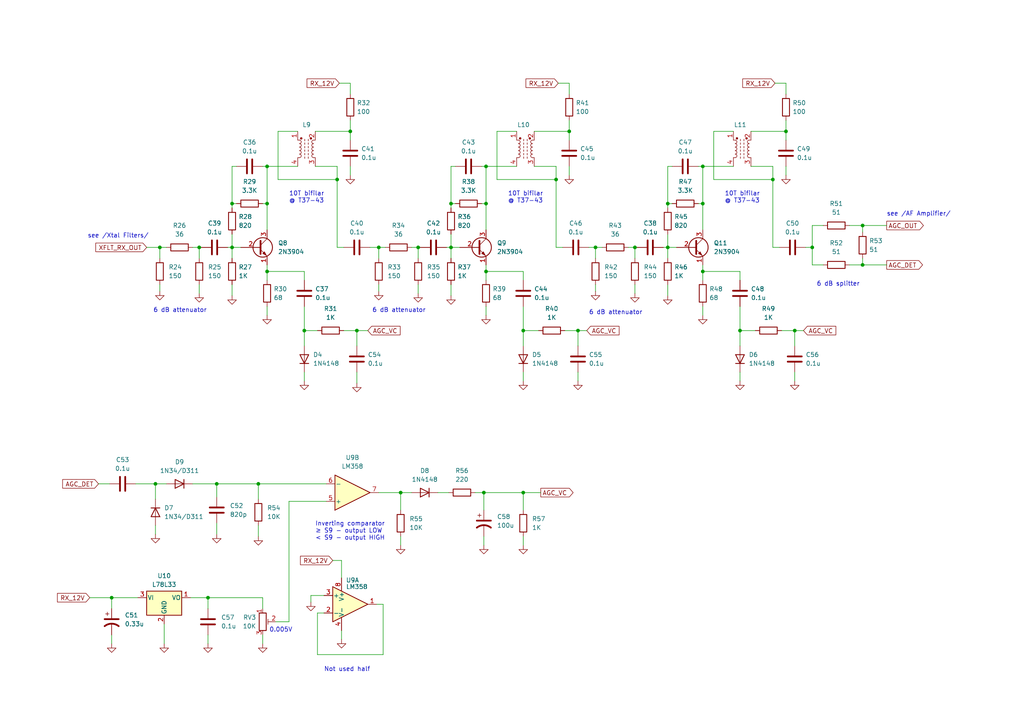
<source format=kicad_sch>
(kicad_sch (version 20230121) (generator eeschema)
  (paper "A4")
  (lib_symbols
    (symbol "Amplifier_Operational:LM358" (pin_names (offset 0.127))
      (property "Reference" "U" (at 0 5.08 0))
      (property "Value" "LM358" (at 0 -5.08 0))
      (symbol "LM358_1_1"
        (polyline (pts (xy -5.08 5.08) (xy 5.08 0) (xy -5.08 -5.08) (xy -5.08 5.08)) (stroke (width 0.254)) (fill (type background)))
        (pin output line (at 7.62 0 180) (length 2.54) (name "~") (number "1"))
        (pin input line (at -7.62 -2.54 0) (length 2.54) (name "-") (number "2"))
        (pin input line (at -7.62 2.54 0) (length 2.54) (name "+") (number "3"))
      )
      (symbol "LM358_2_1"
        (polyline (pts (xy -5.08 5.08) (xy 5.08 0) (xy -5.08 -5.08) (xy -5.08 5.08)) (stroke (width 0.254)) (fill (type background)))
        (pin input line (at -7.62 2.54 0) (length 2.54) (name "+") (number "5"))
        (pin input line (at -7.62 -2.54 0) (length 2.54) (name "-") (number "6"))
        (pin output line (at 7.62 0 180) (length 2.54) (name "~") (number "7"))
      )
      (symbol "LM358_3_1"
        (pin power_in line (at -2.54 -7.62 90) (length 3.81) (name "V-") (number "4"))
        (pin power_in line (at -2.54 7.62 270) (length 3.81) (name "V+") (number "8"))
      )
    )
    (symbol "Device:C" (pin_numbers hide) (pin_names (offset 0.254))
      (property "Reference" "C" (at 0.635 2.54 0))
      (property "Value" "C" (at 0.635 -2.54 0))
      (symbol "C_0_1"
        (polyline (pts (xy -2.032 -0.762) (xy 2.032 -0.762)) (stroke (width 0.508)))
        (polyline (pts (xy -2.032 0.762) (xy 2.032 0.762)) (stroke (width 0.508)))
      )
      (symbol "C_1_1"
        (pin passive line (at 0 3.81 270) (length 2.794) (name "~") (number "1"))
        (pin passive line (at 0 -3.81 90) (length 2.794) (name "~") (number "2"))
      )
    )
    (symbol "Device:C_Polarized_US" (pin_numbers hide) (pin_names (offset 0.254) hide)
      (property "Reference" "C" (at 0.635 2.54 0))
      (property "Value" "C_Polarized_US" (at 0.635 -2.54 0))
      (symbol "C_Polarized_US_0_1"
        (polyline (pts (xy -2.032 0.762) (xy 2.032 0.762)) (stroke (width 0.508)))
        (polyline (pts (xy -1.778 2.286) (xy -0.762 2.286)))
        (polyline (pts (xy -1.27 1.778) (xy -1.27 2.794)))
        (arc (start 2.032 -1.27) (mid 0 -0.5572) (end -2.032 -1.27) (stroke (width 0.508)))
      )
      (symbol "C_Polarized_US_1_1"
        (pin passive line (at 0 3.81 270) (length 2.794) (name "~") (number "1"))
        (pin passive line (at 0 -3.81 90) (length 3.302) (name "~") (number "2"))
      )
    )
    (symbol "Device:D" (pin_numbers hide) (pin_names (offset 1.016) hide)
      (property "Reference" "D" (at 0 2.54 0))
      (property "Value" "D" (at 0 -2.54 0))
      (symbol "D_0_1"
        (polyline (pts (xy -1.27 1.27) (xy -1.27 -1.27)) (stroke (width 0.254)))
        (polyline (pts (xy 1.27 0) (xy -1.27 0)))
        (polyline (pts (xy 1.27 1.27) (xy 1.27 -1.27) (xy -1.27 0) (xy 1.27 1.27)) (stroke (width 0.254)))
      )
      (symbol "D_1_1"
        (pin passive line (at -3.81 0 0) (length 2.54) (name "K") (number "1"))
        (pin passive line (at 3.81 0 180) (length 2.54) (name "A") (number "2"))
      )
    )
    (symbol "Device:L_Ferrite_Coupled_1423" (pin_names (offset 0.254) hide)
      (property "Reference" "L" (at 0 4.445 0))
      (property "Value" "L_Ferrite_Coupled_1423" (at 0 -4.445 0))
      (symbol "L_Ferrite_Coupled_1423_0_1"
        (circle (center -3.048 -1.27) (radius 0.254) (fill (type outline)))
        (circle (center -3.048 1.524) (radius 0.254) (fill (type outline)))
        (arc (start -2.54 2.032) (mid -2.032 1.5262) (end -1.524 2.032))
        (arc (start -1.524 -2.032) (mid -2.032 -1.5262) (end -2.54 -2.032))
        (arc (start -1.524 2.032) (mid -1.016 1.5262) (end -0.508 2.032))
        (arc (start -0.508 -2.032) (mid -1.016 -1.5262) (end -1.524 -2.032))
        (arc (start -0.508 2.032) (mid 0 1.5262) (end 0.508 2.032))
        (polyline (pts (xy -2.794 -0.508) (xy -2.286 -0.508)))
        (polyline (pts (xy -2.794 0.508) (xy -2.286 0.508)))
        (polyline (pts (xy -2.54 -2.032) (xy -2.54 -2.54)))
        (polyline (pts (xy -2.54 2.032) (xy -2.54 2.54)))
        (polyline (pts (xy -1.778 -0.508) (xy -1.27 -0.508)))
        (polyline (pts (xy -1.778 0.508) (xy -1.27 0.508)))
        (polyline (pts (xy -0.762 -0.508) (xy -0.254 -0.508)))
        (polyline (pts (xy -0.762 0.508) (xy -0.254 0.508)))
        (polyline (pts (xy 0.254 -0.508) (xy 0.762 -0.508)))
        (polyline (pts (xy 0.254 0.508) (xy 0.762 0.508)))
        (polyline (pts (xy 1.27 -0.508) (xy 1.778 -0.508)))
        (polyline (pts (xy 1.27 0.508) (xy 1.778 0.508)))
        (polyline (pts (xy 2.286 -0.508) (xy 2.794 -0.508)))
        (polyline (pts (xy 2.286 0.508) (xy 2.794 0.508)))
        (polyline (pts (xy 2.54 -2.032) (xy 2.54 -2.54)))
        (polyline (pts (xy 2.54 2.54) (xy 2.54 2.032)))
        (arc (start 0.508 -2.032) (mid 0 -1.5262) (end -0.508 -2.032))
        (arc (start 0.508 2.032) (mid 1.016 1.5262) (end 1.524 2.032))
        (arc (start 1.524 -2.032) (mid 1.016 -1.5262) (end 0.508 -2.032))
        (arc (start 1.524 2.032) (mid 2.032 1.5262) (end 2.54 2.032))
        (arc (start 2.54 -2.032) (mid 2.032 -1.5262) (end 1.524 -2.032))
      )
      (symbol "L_Ferrite_Coupled_1423_1_1"
        (pin passive line (at -5.08 2.54 0) (length 2.54) (name "1") (number "1"))
        (pin passive line (at -5.08 -2.54 0) (length 2.54) (name "2") (number "2"))
        (pin passive line (at 5.08 -2.54 180) (length 2.54) (name "3") (number "3"))
        (pin passive line (at 5.08 2.54 180) (length 2.54) (name "4") (number "4"))
      )
    )
    (symbol "Device:R" (pin_numbers hide) (pin_names (offset 0))
      (property "Reference" "R" (at 2.032 0 90))
      (property "Value" "R" (at 0 0 90))
      (symbol "R_0_1"
        (rectangle (start -1.016 -2.54) (end 1.016 2.54) (stroke (width 0.254)))
      )
      (symbol "R_1_1"
        (pin passive line (at 0 3.81 270) (length 1.27) (name "~") (number "1"))
        (pin passive line (at 0 -3.81 90) (length 1.27) (name "~") (number "2"))
      )
    )
    (symbol "Device:R_Potentiometer_Trim" (pin_names (offset 1.016) hide)
      (property "Reference" "RV" (at -4.445 0 90))
      (property "Value" "R_Potentiometer_Trim" (at -2.54 0 90))
      (symbol "R_Potentiometer_Trim_0_1"
        (polyline (pts (xy 1.524 0.762) (xy 1.524 -0.762)))
        (polyline (pts (xy 2.54 0) (xy 1.524 0)))
        (rectangle (start 1.016 2.54) (end -1.016 -2.54) (stroke (width 0.254)))
      )
      (symbol "R_Potentiometer_Trim_1_1"
        (pin passive line (at 0 3.81 270) (length 1.27) (name "1") (number "1"))
        (pin passive line (at 3.81 0 180) (length 1.27) (name "2") (number "2"))
        (pin passive line (at 0 -3.81 90) (length 1.27) (name "3") (number "3"))
      )
    )
    (symbol "Diode:1N4148" (pin_numbers hide) (pin_names hide)
      (property "Reference" "D" (at 0 2.54 0))
      (property "Value" "1N4148" (at 0 -2.54 0))
      (symbol "1N4148_0_1"
        (polyline (pts (xy -1.27 1.27) (xy -1.27 -1.27)) (stroke (width 0.254)))
        (polyline (pts (xy 1.27 0) (xy -1.27 0)))
        (polyline (pts (xy 1.27 1.27) (xy 1.27 -1.27) (xy -1.27 0) (xy 1.27 1.27)) (stroke (width 0.254)))
      )
      (symbol "1N4148_1_1"
        (pin passive line (at -3.81 0 0) (length 2.54) (name "K") (number "1"))
        (pin passive line (at 3.81 0 180) (length 2.54) (name "A") (number "2"))
      )
    )
    (symbol "Regulator_Linear:L78L33_TO92" (pin_names (offset 0.254))
      (property "Reference" "U" (at -3.81 3.175 0))
      (property "Value" "L78L33_TO92" (at 0 3.175 0))
      (symbol "L78L33_TO92_0_1"
        (rectangle (start -5.08 -5.08) (end 5.08 1.905) (stroke (width 0.254)) (fill (type background)))
      )
      (symbol "L78L33_TO92_1_1"
        (pin power_out line (at 7.62 0 180) (length 2.54) (name "VO") (number "1"))
        (pin power_in line (at 0 -7.62 90) (length 2.54) (name "GND") (number "2"))
        (pin power_in line (at -7.62 0 0) (length 2.54) (name "VI") (number "3"))
      )
    )
    (symbol "Transistor_BJT:2N3904" (pin_names (offset 0) hide)
      (property "Reference" "Q" (at 5.08 1.905 0))
      (property "Value" "2N3904" (at 5.08 0 0))
      (symbol "2N3904_0_1"
        (polyline (pts (xy 0.635 0.635) (xy 2.54 2.54)))
        (polyline (pts (xy 0.635 -0.635) (xy 2.54 -2.54) (xy 2.54 -2.54)))
        (polyline (pts (xy 0.635 1.905) (xy 0.635 -1.905) (xy 0.635 -1.905)) (stroke (width 0.508)))
        (polyline (pts (xy 1.27 -1.778) (xy 1.778 -1.27) (xy 2.286 -2.286) (xy 1.27 -1.778) (xy 1.27 -1.778)) (fill (type outline)))
        (circle (center 1.27 0) (radius 2.8194) (stroke (width 0.254)))
      )
      (symbol "2N3904_1_1"
        (pin passive line (at 2.54 -5.08 90) (length 2.54) (name "E") (number "1"))
        (pin passive line (at -5.08 0 0) (length 5.715) (name "B") (number "2"))
        (pin passive line (at 2.54 5.08 270) (length 2.54) (name "C") (number "3"))
      )
    )
    (symbol "power:GND" (power) (pin_names (offset 0))
      (property "Value" "GND" (at 0 -3.81 0))
      (symbol "GND_0_1"
        (polyline (pts (xy 0 0) (xy 0 -1.27) (xy 1.27 -1.27) (xy 0 -2.54) (xy -1.27 -1.27) (xy 0 -1.27)))
      )
      (symbol "GND_1_1"
        (pin power_in line (at 0 0 270) (length 0) hide (name "GND") (number "1"))
      )
    )
  )
  (junction (at 151.765 142.875))
  (junction (at 103.505 95.885))
  (junction (at 62.865 140.335))
  (junction (at 97.79 52.07))
  (junction (at 140.97 59.055))
  (junction (at 67.31 59.055))
  (junction (at 130.81 59.055))
  (junction (at 140.335 142.875))
  (junction (at 140.97 78.74))
  (junction (at 172.72 71.755))
  (junction (at 130.81 71.755))
  (junction (at 77.47 59.055))
  (junction (at 60.325 173.355))
  (junction (at 46.355 71.755))
  (junction (at 250.19 76.835))
  (junction (at 116.205 142.875))
  (junction (at 109.855 71.755))
  (junction (at 121.285 71.755))
  (junction (at 165.1 38.1))
  (junction (at 151.765 95.885))
  (junction (at 193.675 71.755))
  (junction (at 77.47 48.26))
  (junction (at 203.835 78.74))
  (junction (at 57.785 71.755))
  (junction (at 214.63 95.885))
  (junction (at 203.835 59.055))
  (junction (at 161.29 52.07))
  (junction (at 101.6 38.1))
  (junction (at 227.965 38.1))
  (junction (at 32.385 173.355))
  (junction (at 230.505 95.885))
  (junction (at 140.97 48.26))
  (junction (at 184.15 71.755))
  (junction (at 193.675 59.055))
  (junction (at 235.585 71.755))
  (junction (at 250.19 65.405))
  (junction (at 167.64 95.885))
  (junction (at 203.835 48.26))
  (junction (at 74.93 140.335))
  (junction (at 224.155 52.07))
  (junction (at 67.31 71.755))
  (junction (at 45.085 140.335))
  (junction (at 77.47 78.74))
  (junction (at 88.265 95.885))
  (wire (pts (xy 80.01 180.34) (xy 83.82 180.34)))
  (wire (pts (xy 154.94 38.1) (xy 165.1 38.1)))
  (wire (pts (xy 74.93 152.4) (xy 74.93 155.575)))
  (wire (pts (xy 167.64 100.33) (xy 167.64 95.885)))
  (wire (pts (xy 99.06 162.56) (xy 99.06 167.64)))
  (wire (pts (xy 129.54 71.755) (xy 130.81 71.755)))
  (wire (pts (xy 32.385 173.355) (xy 40.005 173.355)))
  (wire (pts (xy 202.565 59.055) (xy 203.835 59.055)))
  (wire (pts (xy 151.765 95.885) (xy 156.21 95.885)))
  (wire (pts (xy 119.38 71.755) (xy 121.285 71.755)))
  (wire (pts (xy 101.6 34.925) (xy 101.6 38.1)))
  (wire (pts (xy 235.585 71.755) (xy 235.585 65.405)))
  (wire (pts (xy 116.205 155.575) (xy 116.205 158.115)))
  (wire (pts (xy 144.145 52.07) (xy 161.29 52.07)))
  (wire (pts (xy 154.94 48.26) (xy 161.29 48.26)))
  (wire (pts (xy 227.965 34.925) (xy 227.965 38.1)))
  (wire (pts (xy 182.245 71.755) (xy 184.15 71.755)))
  (wire (pts (xy 161.29 71.755) (xy 163.195 71.755)))
  (wire (pts (xy 140.97 78.74) (xy 151.765 78.74)))
  (wire (pts (xy 107.315 71.755) (xy 109.855 71.755)))
  (wire (pts (xy 161.925 24.13) (xy 165.1 24.13)))
  (wire (pts (xy 90.17 174.625) (xy 90.17 172.72)))
  (wire (pts (xy 67.31 59.055) (xy 67.31 48.26)))
  (wire (pts (xy 93.98 177.8) (xy 92.075 177.8)))
  (wire (pts (xy 217.805 48.26) (xy 224.155 48.26)))
  (wire (pts (xy 214.63 88.9) (xy 214.63 95.885)))
  (wire (pts (xy 109.855 82.55) (xy 109.855 84.455)))
  (wire (pts (xy 214.63 95.885) (xy 219.075 95.885)))
  (wire (pts (xy 140.97 78.74) (xy 140.97 81.28)))
  (wire (pts (xy 76.2 184.15) (xy 76.2 186.69)))
  (wire (pts (xy 130.81 71.755) (xy 133.35 71.755)))
  (wire (pts (xy 80.645 52.07) (xy 97.79 52.07)))
  (wire (pts (xy 193.675 82.55) (xy 193.675 85.725)))
  (wire (pts (xy 151.765 142.875) (xy 151.765 147.955)))
  (wire (pts (xy 67.31 59.055) (xy 67.31 60.325)))
  (wire (pts (xy 46.355 71.755) (xy 46.355 74.93)))
  (wire (pts (xy 140.97 59.055) (xy 140.97 66.675)))
  (wire (pts (xy 226.695 95.885) (xy 230.505 95.885)))
  (wire (pts (xy 140.97 88.9) (xy 140.97 91.44)))
  (wire (pts (xy 28.575 140.335) (xy 31.75 140.335)))
  (wire (pts (xy 203.835 59.055) (xy 203.835 66.675)))
  (wire (pts (xy 90.17 172.72) (xy 93.98 172.72)))
  (wire (pts (xy 132.08 59.055) (xy 130.81 59.055)))
  (wire (pts (xy 139.7 59.055) (xy 140.97 59.055)))
  (wire (pts (xy 67.31 82.55) (xy 67.31 85.725)))
  (wire (pts (xy 161.29 52.07) (xy 161.29 71.755)))
  (wire (pts (xy 246.38 76.835) (xy 250.19 76.835)))
  (wire (pts (xy 60.325 173.355) (xy 60.325 176.53)))
  (wire (pts (xy 77.47 78.74) (xy 77.47 81.28)))
  (wire (pts (xy 97.79 71.755) (xy 99.695 71.755)))
  (wire (pts (xy 193.675 59.055) (xy 193.675 48.26)))
  (wire (pts (xy 203.835 88.9) (xy 203.835 91.44)))
  (wire (pts (xy 121.285 82.55) (xy 121.285 85.09)))
  (wire (pts (xy 217.805 38.1) (xy 227.965 38.1)))
  (wire (pts (xy 194.945 59.055) (xy 193.675 59.055)))
  (wire (pts (xy 230.505 107.95) (xy 230.505 110.49)))
  (wire (pts (xy 130.81 59.055) (xy 130.81 60.325)))
  (wire (pts (xy 151.765 142.875) (xy 156.845 142.875)))
  (wire (pts (xy 214.63 95.885) (xy 214.63 100.33)))
  (wire (pts (xy 77.47 78.74) (xy 88.265 78.74)))
  (wire (pts (xy 207.01 38.1) (xy 212.725 38.1)))
  (wire (pts (xy 193.675 59.055) (xy 193.675 60.325)))
  (wire (pts (xy 88.265 78.74) (xy 88.265 81.28)))
  (wire (pts (xy 103.505 95.885) (xy 106.68 95.885)))
  (wire (pts (xy 109.855 142.875) (xy 116.205 142.875)))
  (wire (pts (xy 111.125 175.26) (xy 109.22 175.26)))
  (wire (pts (xy 172.72 82.55) (xy 172.72 84.455)))
  (wire (pts (xy 60.325 184.15) (xy 60.325 186.69)))
  (wire (pts (xy 77.47 59.055) (xy 77.47 66.675)))
  (wire (pts (xy 144.145 38.1) (xy 149.86 38.1)))
  (wire (pts (xy 45.085 140.335) (xy 48.26 140.335)))
  (wire (pts (xy 224.155 52.07) (xy 224.155 71.755)))
  (wire (pts (xy 130.81 67.945) (xy 130.81 71.755)))
  (wire (pts (xy 214.63 107.95) (xy 214.63 110.49)))
  (wire (pts (xy 66.04 71.755) (xy 67.31 71.755)))
  (wire (pts (xy 193.675 67.945) (xy 193.675 71.755)))
  (wire (pts (xy 203.835 78.74) (xy 203.835 81.28)))
  (wire (pts (xy 101.6 38.1) (xy 101.6 40.64)))
  (wire (pts (xy 45.085 152.4) (xy 45.085 154.94)))
  (wire (pts (xy 227.965 24.13) (xy 227.965 27.305)))
  (wire (pts (xy 140.97 48.26) (xy 149.86 48.26)))
  (wire (pts (xy 165.1 34.925) (xy 165.1 38.1)))
  (wire (pts (xy 139.7 48.26) (xy 140.97 48.26)))
  (wire (pts (xy 103.505 100.33) (xy 103.505 95.885)))
  (wire (pts (xy 67.31 71.755) (xy 67.31 74.93)))
  (wire (pts (xy 76.2 173.355) (xy 60.325 173.355)))
  (wire (pts (xy 140.97 76.835) (xy 140.97 78.74)))
  (wire (pts (xy 99.06 182.88) (xy 99.06 185.42)))
  (wire (pts (xy 193.675 71.755) (xy 193.675 74.93)))
  (wire (pts (xy 184.15 71.755) (xy 184.15 74.93)))
  (wire (pts (xy 76.2 48.26) (xy 77.47 48.26)))
  (wire (pts (xy 151.765 95.885) (xy 151.765 100.33)))
  (wire (pts (xy 203.835 59.055) (xy 203.835 48.26)))
  (wire (pts (xy 46.355 71.755) (xy 48.26 71.755)))
  (wire (pts (xy 250.19 76.835) (xy 250.19 74.93)))
  (wire (pts (xy 67.31 67.945) (xy 67.31 71.755)))
  (wire (pts (xy 192.405 71.755) (xy 193.675 71.755)))
  (wire (pts (xy 74.93 140.335) (xy 94.615 140.335)))
  (wire (pts (xy 140.335 142.875) (xy 151.765 142.875)))
  (wire (pts (xy 163.83 95.885) (xy 167.64 95.885)))
  (wire (pts (xy 116.205 142.875) (xy 116.205 147.955)))
  (wire (pts (xy 121.285 71.755) (xy 121.92 71.755)))
  (wire (pts (xy 193.675 71.755) (xy 196.215 71.755)))
  (wire (pts (xy 140.335 142.875) (xy 140.335 147.955)))
  (wire (pts (xy 140.97 59.055) (xy 140.97 48.26)))
  (wire (pts (xy 67.31 48.26) (xy 68.58 48.26)))
  (wire (pts (xy 130.81 59.055) (xy 130.81 48.26)))
  (wire (pts (xy 130.81 48.26) (xy 132.08 48.26)))
  (wire (pts (xy 77.47 48.26) (xy 86.36 48.26)))
  (wire (pts (xy 77.47 59.055) (xy 77.47 48.26)))
  (wire (pts (xy 151.765 155.575) (xy 151.765 158.115)))
  (wire (pts (xy 167.64 107.95) (xy 167.64 110.49)))
  (wire (pts (xy 55.88 71.755) (xy 57.785 71.755)))
  (wire (pts (xy 83.82 145.415) (xy 94.615 145.415)))
  (wire (pts (xy 235.585 65.405) (xy 238.76 65.405)))
  (wire (pts (xy 57.785 82.55) (xy 57.785 85.09)))
  (wire (pts (xy 202.565 48.26) (xy 203.835 48.26)))
  (wire (pts (xy 172.72 71.755) (xy 172.72 74.93)))
  (wire (pts (xy 32.385 173.355) (xy 32.385 176.53)))
  (wire (pts (xy 101.6 24.13) (xy 101.6 27.305)))
  (wire (pts (xy 77.47 88.9) (xy 77.47 91.44)))
  (wire (pts (xy 184.15 82.55) (xy 184.15 85.09)))
  (wire (pts (xy 91.44 38.1) (xy 101.6 38.1)))
  (wire (pts (xy 88.265 88.9) (xy 88.265 95.885)))
  (wire (pts (xy 97.79 48.26) (xy 97.79 52.07)))
  (wire (pts (xy 151.765 107.95) (xy 151.765 110.49)))
  (wire (pts (xy 62.865 140.335) (xy 62.865 144.145)))
  (wire (pts (xy 83.82 180.34) (xy 83.82 145.415)))
  (wire (pts (xy 99.695 95.885) (xy 103.505 95.885)))
  (wire (pts (xy 109.855 71.755) (xy 109.855 74.93)))
  (wire (pts (xy 161.29 48.26) (xy 161.29 52.07)))
  (wire (pts (xy 151.765 88.9) (xy 151.765 95.885)))
  (wire (pts (xy 165.1 38.1) (xy 165.1 40.64)))
  (wire (pts (xy 32.385 184.15) (xy 32.385 186.69)))
  (wire (pts (xy 184.15 71.755) (xy 184.785 71.755)))
  (wire (pts (xy 98.425 24.13) (xy 101.6 24.13)))
  (wire (pts (xy 76.2 176.53) (xy 76.2 173.355)))
  (wire (pts (xy 224.155 48.26) (xy 224.155 52.07)))
  (wire (pts (xy 230.505 95.885) (xy 233.045 95.885)))
  (wire (pts (xy 235.585 76.835) (xy 238.76 76.835)))
  (wire (pts (xy 55.245 173.355) (xy 60.325 173.355)))
  (wire (pts (xy 230.505 100.33) (xy 230.505 95.885)))
  (wire (pts (xy 103.505 107.95) (xy 103.505 111.125)))
  (wire (pts (xy 233.68 71.755) (xy 235.585 71.755)))
  (wire (pts (xy 77.47 76.835) (xy 77.47 78.74)))
  (wire (pts (xy 39.37 140.335) (xy 45.085 140.335)))
  (wire (pts (xy 96.52 162.56) (xy 99.06 162.56)))
  (wire (pts (xy 207.01 52.07) (xy 224.155 52.07)))
  (wire (pts (xy 116.205 142.875) (xy 119.38 142.875)))
  (wire (pts (xy 130.81 71.755) (xy 130.81 74.93)))
  (wire (pts (xy 214.63 78.74) (xy 214.63 81.28)))
  (wire (pts (xy 235.585 71.755) (xy 235.585 76.835)))
  (wire (pts (xy 111.125 189.865) (xy 111.125 175.26)))
  (wire (pts (xy 62.865 151.765) (xy 62.865 154.94)))
  (wire (pts (xy 151.765 78.74) (xy 151.765 81.28)))
  (wire (pts (xy 74.93 140.335) (xy 74.93 144.78)))
  (wire (pts (xy 47.625 180.975) (xy 47.625 186.69)))
  (wire (pts (xy 127 142.875) (xy 130.175 142.875)))
  (wire (pts (xy 203.835 48.26) (xy 212.725 48.26)))
  (wire (pts (xy 55.88 140.335) (xy 62.865 140.335)))
  (wire (pts (xy 92.075 189.865) (xy 111.125 189.865)))
  (wire (pts (xy 203.835 76.835) (xy 203.835 78.74)))
  (wire (pts (xy 137.795 142.875) (xy 140.335 142.875)))
  (wire (pts (xy 250.19 65.405) (xy 257.175 65.405)))
  (wire (pts (xy 76.2 59.055) (xy 77.47 59.055)))
  (wire (pts (xy 88.265 107.95) (xy 88.265 110.49)))
  (wire (pts (xy 121.285 71.755) (xy 121.285 74.93)))
  (wire (pts (xy 224.79 24.13) (xy 227.965 24.13)))
  (wire (pts (xy 67.31 71.755) (xy 69.85 71.755)))
  (wire (pts (xy 227.965 48.26) (xy 227.965 50.8)))
  (wire (pts (xy 92.075 177.8) (xy 92.075 189.865)))
  (wire (pts (xy 45.085 140.335) (xy 45.085 144.78)))
  (wire (pts (xy 170.815 71.755) (xy 172.72 71.755)))
  (wire (pts (xy 224.155 71.755) (xy 226.06 71.755)))
  (wire (pts (xy 144.145 38.1) (xy 144.145 52.07)))
  (wire (pts (xy 88.265 95.885) (xy 88.265 100.33)))
  (wire (pts (xy 246.38 65.405) (xy 250.19 65.405)))
  (wire (pts (xy 80.645 38.1) (xy 80.645 52.07)))
  (wire (pts (xy 165.1 48.26) (xy 165.1 50.8)))
  (wire (pts (xy 193.675 48.26) (xy 194.945 48.26)))
  (wire (pts (xy 42.545 71.755) (xy 46.355 71.755)))
  (wire (pts (xy 167.64 95.885) (xy 170.18 95.885)))
  (wire (pts (xy 172.72 71.755) (xy 174.625 71.755)))
  (wire (pts (xy 46.355 82.55) (xy 46.355 84.455)))
  (wire (pts (xy 101.6 48.26) (xy 101.6 50.8)))
  (wire (pts (xy 109.855 71.755) (xy 111.76 71.755)))
  (wire (pts (xy 130.81 82.55) (xy 130.81 85.725)))
  (wire (pts (xy 68.58 59.055) (xy 67.31 59.055)))
  (wire (pts (xy 97.79 52.07) (xy 97.79 71.755)))
  (wire (pts (xy 57.785 71.755) (xy 57.785 74.93)))
  (wire (pts (xy 140.335 155.575) (xy 140.335 158.115)))
  (wire (pts (xy 62.865 140.335) (xy 74.93 140.335)))
  (wire (pts (xy 26.035 173.355) (xy 32.385 173.355)))
  (wire (pts (xy 165.1 24.13) (xy 165.1 27.305)))
  (wire (pts (xy 88.265 95.885) (xy 92.075 95.885)))
  (wire (pts (xy 203.835 78.74) (xy 214.63 78.74)))
  (wire (pts (xy 227.965 38.1) (xy 227.965 40.64)))
  (wire (pts (xy 207.01 38.1) (xy 207.01 52.07)))
  (wire (pts (xy 250.19 65.405) (xy 250.19 67.31)))
  (wire (pts (xy 91.44 48.26) (xy 97.79 48.26)))
  (wire (pts (xy 57.785 71.755) (xy 58.42 71.755)))
  (wire (pts (xy 250.19 76.835) (xy 257.175 76.835)))
  (wire (pts (xy 80.645 38.1) (xy 86.36 38.1)))
  (text "Inverting comparator\n≥ S9 - output LOW\n< S9 - output HIGH" (at 91.44 156.845 0) (effects (font (size 1.27 1.27)) (justify left bottom)))
  (text "6 dB attenuator" (at 107.95 90.805 0) (effects (font (size 1.27 1.27)) (justify left bottom)))
  (text "0.005V" (at 78.105 183.515 0) (effects (font (size 1.27 1.27)) (justify left bottom)))
  (text "see /AF Amplifier/" (at 257.175 62.865 0) (effects (font (size 1.27 1.27)) (justify left bottom)))
  (text "6 dB attenuator" (at 170.815 91.44 0) (effects (font (size 1.27 1.27)) (justify left bottom)))
  (text "6 dB attenuator" (at 44.45 90.805 0) (effects (font (size 1.27 1.27)) (justify left bottom)))
  (text "see /Xtal Filters/" (at 25.4 69.215 0) (effects (font (size 1.27 1.27)) (justify left bottom)))
  (text "6 dB splitter" (at 236.855 83.185 0) (effects (font (size 1.27 1.27)) (justify left bottom)))
  (text "10T bifilar\n@ T37-43" (at 210.185 59.055 0) (effects (font (size 1.27 1.27)) (justify left bottom)))
  (text "Not used half" (at 93.98 194.945 0) (effects (font (size 1.27 1.27)) (justify left bottom)))
  (text "10T bifilar\n@ T37-43" (at 147.32 59.055 0) (effects (font (size 1.27 1.27)) (justify left bottom)))
  (text "10T bifilar\n@ T37-43" (at 83.82 59.055 0) (effects (font (size 1.27 1.27)) (justify left bottom)))
  (global_label "RX_12V" (shape input) (at 26.035 173.355 180) (property "Intersheetrefs" "${INTERSHEET_REFS}" (effects hide)))
  (global_label "AGC_DET" (shape output) (at 257.175 76.835 0) (property "Intersheetrefs" "${INTERSHEET_REFS}" (effects hide)))
  (global_label "AGC_DET" (shape input) (at 28.575 140.335 180) (property "Intersheetrefs" "${INTERSHEET_REFS}" (effects hide)))
  (global_label "XFLT_RX_OUT" (shape input) (at 42.545 71.755 180) (property "Intersheetrefs" "${INTERSHEET_REFS}" (effects hide)))
  (global_label "AGC_VC" (shape input) (at 170.18 95.885 0) (property "Intersheetrefs" "${INTERSHEET_REFS}" (effects hide)))
  (global_label "AGC_VC" (shape output) (at 156.845 142.875 0) (property "Intersheetrefs" "${INTERSHEET_REFS}" (effects hide)))
  (global_label "AGC_VC" (shape input) (at 233.045 95.885 0) (property "Intersheetrefs" "${INTERSHEET_REFS}" (effects hide)))
  (global_label "RX_12V" (shape input) (at 161.925 24.13 180) (property "Intersheetrefs" "${INTERSHEET_REFS}" (effects hide)))
  (global_label "AGC_OUT" (shape output) (at 257.175 65.405 0) (property "Intersheetrefs" "${INTERSHEET_REFS}" (effects hide)))
  (global_label "RX_12V" (shape input) (at 224.79 24.13 180) (property "Intersheetrefs" "${INTERSHEET_REFS}" (effects hide)))
  (global_label "AGC_VC" (shape input) (at 106.68 95.885 0) (property "Intersheetrefs" "${INTERSHEET_REFS}" (effects hide)))
  (global_label "RX_12V" (shape input) (at 96.52 162.56 180) (property "Intersheetrefs" "${INTERSHEET_REFS}" (effects hide)))
  (global_label "RX_12V" (shape input) (at 98.425 24.13 180) (property "Intersheetrefs" "${INTERSHEET_REFS}" (effects hide)))
  (symbol (lib_id "power:GND") (at 167.64 110.49 0) (unit 1)
    (property "Reference" "#PWR081" (effects hide))
    (property "Value" "GND" (effects hide))
  )
  (symbol (lib_id "Device:C_Polarized_US") (at 140.335 151.765 0) (unit 1)
    (property "Reference" "C58" (at 144.145 149.86 0) (effects (justify left)))
    (property "Value" "100u" (at 144.145 152.4 0) (effects (justify left)))
  )
  (symbol (lib_id "Device:R") (at 72.39 59.055 90) (unit 1)
    (property "Reference" "R29" (at 72.39 52.705 90))
    (property "Value" "3.3K" (at 72.39 55.245 90))
  )
  (symbol (lib_id "Device:C") (at 62.865 147.955 180) (unit 1)
    (property "Reference" "C52" (at 66.675 146.685 0) (effects (justify right)))
    (property "Value" "820p" (at 66.675 149.225 0) (effects (justify right)))
  )
  (symbol (lib_id "Device:R") (at 57.785 78.74 0) (unit 1)
    (property "Reference" "R25" (at 60.325 77.47 0) (effects (justify left)))
    (property "Value" "150" (at 60.325 80.01 0) (effects (justify left)))
  )
  (symbol (lib_id "Device:R") (at 242.57 76.835 90) (unit 1)
    (property "Reference" "R52" (at 242.57 70.485 90))
    (property "Value" "51" (at 242.57 73.025 90))
  )
  (symbol (lib_id "power:GND") (at 130.81 85.725 0) (unit 1)
    (property "Reference" "#PWR067" (effects hide))
    (property "Value" "GND" (effects hide))
  )
  (symbol (lib_id "Device:C") (at 214.63 85.09 180) (unit 1)
    (property "Reference" "C48" (at 217.805 83.82 0) (effects (justify right)))
    (property "Value" "0.1u" (at 217.805 86.36 0) (effects (justify right)))
  )
  (symbol (lib_id "Device:R") (at 160.02 95.885 90) (unit 1)
    (property "Reference" "R40" (at 160.02 89.535 90))
    (property "Value" "1K" (at 160.02 92.075 90))
  )
  (symbol (lib_id "Device:R") (at 130.81 78.74 0) (unit 1)
    (property "Reference" "R37" (at 132.715 77.47 0) (effects (justify left)))
    (property "Value" "1K" (at 132.715 80.01 0) (effects (justify left)))
  )
  (symbol (lib_id "Device:R") (at 135.89 59.055 90) (unit 1)
    (property "Reference" "R38" (at 135.89 52.705 90))
    (property "Value" "3.3K" (at 135.89 55.245 90))
  )
  (symbol (lib_id "Device:R") (at 184.15 78.74 0) (unit 1)
    (property "Reference" "R44" (at 186.69 77.47 0) (effects (justify left)))
    (property "Value" "150" (at 186.69 80.01 0) (effects (justify left)))
  )
  (symbol (lib_id "Device:R") (at 227.965 31.115 0) (unit 1)
    (property "Reference" "R50" (at 229.87 29.845 0) (effects (justify left)))
    (property "Value" "100" (at 229.87 32.385 0) (effects (justify left)))
  )
  (symbol (lib_id "power:GND") (at 46.355 84.455 0) (unit 1)
    (property "Reference" "#PWR058" (effects hide))
    (property "Value" "GND" (effects hide))
  )
  (symbol (lib_id "Device:R") (at 67.31 78.74 0) (unit 1)
    (property "Reference" "R27" (at 69.215 77.47 0) (effects (justify left)))
    (property "Value" "1K" (at 69.215 80.01 0) (effects (justify left)))
  )
  (symbol (lib_id "power:GND") (at 116.205 158.115 0) (unit 1)
    (property "Reference" "#PWR088" (effects hide))
    (property "Value" "GND" (effects hide))
  )
  (symbol (lib_id "power:GND") (at 103.505 111.125 0) (unit 1)
    (property "Reference" "#PWR082" (effects hide))
    (property "Value" "GND" (effects hide))
  )
  (symbol (lib_id "Device:C") (at 103.505 104.14 180) (unit 1)
    (property "Reference" "C54" (at 106.68 102.87 0) (effects (justify right)))
    (property "Value" "0.1u" (at 106.68 105.41 0) (effects (justify right)))
  )
  (symbol (lib_id "power:GND") (at 184.15 85.09 0) (unit 1)
    (property "Reference" "#PWR071" (effects hide))
    (property "Value" "GND" (effects hide))
  )
  (symbol (lib_id "power:GND") (at 32.385 186.69 0) (unit 1)
    (property "Reference" "#PWR085" (effects hide))
    (property "Value" "GND" (effects hide))
  )
  (symbol (lib_id "power:GND") (at 67.31 85.725 0) (unit 1)
    (property "Reference" "#PWR063" (effects hide))
    (property "Value" "GND" (effects hide))
  )
  (symbol (lib_id "Diode:1N4148") (at 123.19 142.875 180) (unit 1)
    (property "Reference" "D8" (at 123.19 136.525 0))
    (property "Value" "1N4148" (at 123.19 139.065 0))
    (property "Footprint" "Diode_THT:D_DO-35_SOD27_P7.62mm_Horizontal" (effects hide))
    (property "Datasheet" "https://assets.nexperia.com/documents/data-sheet/1N4148_1N4448.pdf" (effects hide))
    (property "Sim.Device" "D" (effects hide))
    (property "Sim.Pins" "1=K 2=A" (effects hide))
  )
  (symbol (lib_id "Device:R") (at 133.985 142.875 90) (unit 1)
    (property "Reference" "R56" (at 133.985 136.525 90))
    (property "Value" "220" (at 133.985 139.065 90))
  )
  (symbol (lib_id "Device:C") (at 125.73 71.755 90) (unit 1)
    (property "Reference" "C42" (at 125.73 64.77 90))
    (property "Value" "0.1u" (at 125.73 67.31 90))
  )
  (symbol (lib_id "power:GND") (at 230.505 110.49 0) (unit 1)
    (property "Reference" "#PWR080" (effects hide))
    (property "Value" "GND" (effects hide))
  )
  (symbol (lib_id "Diode:1N4148") (at 88.265 104.14 90) (unit 1)
    (property "Reference" "D4" (at 90.805 102.87 90) (effects (justify right)))
    (property "Value" "1N4148" (at 90.805 105.41 90) (effects (justify right)))
    (property "Footprint" "Diode_THT:D_DO-35_SOD27_P7.62mm_Horizontal" (effects hide))
    (property "Datasheet" "https://assets.nexperia.com/documents/data-sheet/1N4148_1N4448.pdf" (effects hide))
    (property "Sim.Device" "D" (effects hide))
    (property "Sim.Pins" "1=K 2=A" (effects hide))
  )
  (symbol (lib_id "power:GND") (at 62.865 154.94 0) (unit 1)
    (property "Reference" "#PWR078" (effects hide))
    (property "Value" "GND" (effects hide))
  )
  (symbol (lib_id "Device:C_Polarized_US") (at 32.385 180.34 0) (unit 1)
    (property "Reference" "C51" (at 36.195 178.435 0) (effects (justify left)))
    (property "Value" "0.33u" (at 36.195 180.975 0) (effects (justify left)))
  )
  (symbol (lib_id "Device:C") (at 230.505 104.14 180) (unit 1)
    (property "Reference" "C56" (at 233.68 102.87 0) (effects (justify right)))
    (property "Value" "0.1u" (at 233.68 105.41 0) (effects (justify right)))
  )
  (symbol (lib_id "Device:R") (at 151.765 151.765 0) (unit 1)
    (property "Reference" "R57" (at 154.305 150.495 0) (effects (justify left)))
    (property "Value" "1K" (at 154.305 153.035 0) (effects (justify left)))
  )
  (symbol (lib_id "Device:D") (at 45.085 148.59 270) (unit 1)
    (property "Reference" "D7" (at 47.625 147.32 90) (effects (justify left)))
    (property "Value" "1N34/D311" (at 47.625 149.86 90) (effects (justify left)))
    (property "Sim.Device" "D" (effects hide))
    (property "Sim.Pins" "1=K 2=A" (effects hide))
  )
  (symbol (lib_id "Amplifier_Operational:LM358") (at 101.6 175.26 0) (unit 3)
    (property "Reference" "U9" (effects hide))
    (property "Value" "LM358" (effects hide))
    (property "Datasheet" "http://www.ti.com/lit/ds/symlink/lm2904-n.pdf" (effects hide))
  )
  (symbol (lib_id "Device:C") (at 229.87 71.755 90) (unit 1)
    (property "Reference" "C50" (at 229.87 64.77 90))
    (property "Value" "0.1u" (at 229.87 67.31 90))
  )
  (symbol (lib_id "Diode:1N4148") (at 214.63 104.14 90) (unit 1)
    (property "Reference" "D6" (at 217.17 102.87 90) (effects (justify right)))
    (property "Value" "1N4148" (at 217.17 105.41 90) (effects (justify right)))
    (property "Footprint" "Diode_THT:D_DO-35_SOD27_P7.62mm_Horizontal" (effects hide))
    (property "Datasheet" "https://assets.nexperia.com/documents/data-sheet/1N4148_1N4448.pdf" (effects hide))
    (property "Sim.Device" "D" (effects hide))
    (property "Sim.Pins" "1=K 2=A" (effects hide))
  )
  (symbol (lib_id "Device:C") (at 227.965 44.45 180) (unit 1)
    (property "Reference" "C49" (at 231.14 43.18 0) (effects (justify right)))
    (property "Value" "0.1u" (at 231.14 45.72 0) (effects (justify right)))
  )
  (symbol (lib_id "power:GND") (at 77.47 91.44 0) (unit 1)
    (property "Reference" "#PWR060" (effects hide))
    (property "Value" "GND" (effects hide))
  )
  (symbol (lib_id "Device:R") (at 115.57 71.755 90) (unit 1)
    (property "Reference" "R34" (at 115.57 65.405 90))
    (property "Value" "36" (at 115.57 67.945 90))
  )
  (symbol (lib_id "power:GND") (at 101.6 50.8 0) (unit 1)
    (property "Reference" "#PWR064" (effects hide))
    (property "Value" "GND" (effects hide))
  )
  (symbol (lib_id "Device:C") (at 151.765 85.09 180) (unit 1)
    (property "Reference" "C44" (at 154.94 83.82 0) (effects (justify right)))
    (property "Value" "0.1u" (at 154.94 86.36 0) (effects (justify right)))
  )
  (symbol (lib_id "Device:C") (at 35.56 140.335 90) (unit 1)
    (property "Reference" "C53" (at 35.56 133.35 90))
    (property "Value" "0.1u" (at 35.56 135.89 90))
  )
  (symbol (lib_id "power:GND") (at 109.855 84.455 0) (unit 1)
    (property "Reference" "#PWR065" (effects hide))
    (property "Value" "GND" (effects hide))
  )
  (symbol (lib_id "Device:C") (at 62.23 71.755 90) (unit 1)
    (property "Reference" "C39" (at 62.23 64.77 90))
    (property "Value" "0.1u" (at 62.23 67.31 90))
  )
  (symbol (lib_id "power:GND") (at 193.675 85.725 0) (unit 1)
    (property "Reference" "#PWR072" (effects hide))
    (property "Value" "GND" (effects hide))
  )
  (symbol (lib_id "Regulator_Linear:L78L33_TO92") (at 47.625 173.355 0) (unit 1)
    (property "Reference" "U10" (at 47.625 167.005 0))
    (property "Value" "L78L33" (at 47.625 169.545 0))
    (property "Footprint" "Package_TO_SOT_THT:TO-92_Inline" (effects hide))
    (property "Datasheet" "http://www.st.com/content/ccc/resource/technical/document/datasheet/15/55/e5/aa/23/5b/43/fd/CD00000446.pdf/files/CD00000446.pdf/jcr:content/translations/en.CD00000446.pdf" (effects hide))
  )
  (symbol (lib_id "power:GND") (at 227.965 50.8 0) (unit 1)
    (property "Reference" "#PWR075" (effects hide))
    (property "Value" "GND" (effects hide))
  )
  (symbol (lib_id "Device:R") (at 52.07 71.755 90) (unit 1)
    (property "Reference" "R26" (at 52.07 65.405 90))
    (property "Value" "36" (at 52.07 67.945 90))
  )
  (symbol (lib_id "Device:R") (at 250.19 71.12 0) (unit 1)
    (property "Reference" "R53" (at 252.095 69.85 0) (effects (justify left)))
    (property "Value" "51" (at 252.095 72.39 0) (effects (justify left)))
  )
  (symbol (lib_id "Device:L_Ferrite_Coupled_1423") (at 152.4 43.18 90) (mirror x) (unit 1)
    (property "Reference" "L10" (at 153.67 36.195 90) (effects (justify left)))
    (property "Value" "FT37-43" (effects hide))
  )
  (symbol (lib_id "power:GND") (at 47.625 186.69 0) (unit 1)
    (property "Reference" "#PWR084" (effects hide))
    (property "Value" "GND" (effects hide))
  )
  (symbol (lib_id "Device:R") (at 46.355 78.74 0) (unit 1)
    (property "Reference" "R24" (at 48.895 77.47 0) (effects (justify left)))
    (property "Value" "150" (at 48.895 80.01 0) (effects (justify left)))
  )
  (symbol (lib_id "Device:C") (at 198.755 48.26 90) (unit 1)
    (property "Reference" "C47" (at 198.755 41.275 90))
    (property "Value" "0.1u" (at 198.755 43.815 90))
  )
  (symbol (lib_id "power:GND") (at 165.1 50.8 0) (unit 1)
    (property "Reference" "#PWR070" (effects hide))
    (property "Value" "GND" (effects hide))
  )
  (symbol (lib_id "Device:R") (at 67.31 64.135 0) (unit 1)
    (property "Reference" "R28" (at 69.215 62.865 0) (effects (justify left)))
    (property "Value" "820" (at 69.215 65.405 0) (effects (justify left)))
  )
  (symbol (lib_id "Device:R") (at 193.675 64.135 0) (unit 1)
    (property "Reference" "R45" (at 195.58 62.865 0) (effects (justify left)))
    (property "Value" "820" (at 195.58 65.405 0) (effects (justify left)))
  )
  (symbol (lib_id "power:GND") (at 140.97 91.44 0) (unit 1)
    (property "Reference" "#PWR068" (effects hide))
    (property "Value" "GND" (effects hide))
  )
  (symbol (lib_id "power:GND") (at 121.285 85.09 0) (unit 1)
    (property "Reference" "#PWR066" (effects hide))
    (property "Value" "GND" (effects hide))
  )
  (symbol (lib_id "Device:C") (at 188.595 71.755 90) (unit 1)
    (property "Reference" "C38" (at 188.595 64.77 90))
    (property "Value" "0.1u" (at 188.595 67.31 90))
  )
  (symbol (lib_id "Device:R") (at 101.6 31.115 0) (unit 1)
    (property "Reference" "R32" (at 103.505 29.845 0) (effects (justify left)))
    (property "Value" "100" (at 103.505 32.385 0) (effects (justify left)))
  )
  (symbol (lib_id "Device:R") (at 198.755 59.055 90) (unit 1)
    (property "Reference" "R47" (at 198.755 52.705 90))
    (property "Value" "3.3K" (at 198.755 55.245 90))
  )
  (symbol (lib_id "Device:R") (at 193.675 78.74 0) (unit 1)
    (property "Reference" "R46" (at 195.58 77.47 0) (effects (justify left)))
    (property "Value" "1K" (at 195.58 80.01 0) (effects (justify left)))
  )
  (symbol (lib_id "power:GND") (at 74.93 155.575 0) (unit 1)
    (property "Reference" "#PWR083" (effects hide))
    (property "Value" "GND" (effects hide))
  )
  (symbol (lib_id "Device:C") (at 101.6 44.45 180) (unit 1)
    (property "Reference" "C41" (at 104.775 43.18 0) (effects (justify right)))
    (property "Value" "0.1u" (at 104.775 45.72 0) (effects (justify right)))
  )
  (symbol (lib_id "Device:R") (at 130.81 64.135 0) (unit 1)
    (property "Reference" "R36" (at 132.715 62.865 0) (effects (justify left)))
    (property "Value" "820" (at 132.715 65.405 0) (effects (justify left)))
  )
  (symbol (lib_id "Device:L_Ferrite_Coupled_1423") (at 88.9 43.18 90) (mirror x) (unit 1)
    (property "Reference" "L9" (at 90.17 36.195 90) (effects (justify left)))
    (property "Value" "FT37-43" (effects hide))
  )
  (symbol (lib_id "power:GND") (at 151.765 158.115 0) (unit 1)
    (property "Reference" "#PWR090" (effects hide))
    (property "Value" "GND" (effects hide))
  )
  (symbol (lib_id "Amplifier_Operational:LM358") (at 101.6 175.26 0) (unit 1)
    (property "Reference" "U9" (at 102.235 168.275 0))
    (property "Value" "LM358" (at 103.505 170.18 0))
    (property "Datasheet" "http://www.ti.com/lit/ds/symlink/lm2904-n.pdf" (effects hide))
  )
  (symbol (lib_id "Device:R") (at 77.47 85.09 0) (unit 1)
    (property "Reference" "R30" (at 79.375 83.82 0) (effects (justify left)))
    (property "Value" "68" (at 79.375 86.36 0) (effects (justify left)))
  )
  (symbol (lib_id "Device:C") (at 88.265 85.09 180) (unit 1)
    (property "Reference" "C37" (at 91.44 83.82 0) (effects (justify right)))
    (property "Value" "0.1u" (at 91.44 86.36 0) (effects (justify right)))
  )
  (symbol (lib_id "power:GND") (at 76.2 186.69 0) (unit 1)
    (property "Reference" "#PWR087" (effects hide))
    (property "Value" "GND" (effects hide))
  )
  (symbol (lib_id "Device:C") (at 60.325 180.34 180) (unit 1)
    (property "Reference" "C57" (at 64.135 179.07 0) (effects (justify right)))
    (property "Value" "0.1u" (at 64.135 181.61 0) (effects (justify right)))
  )
  (symbol (lib_id "Device:R") (at 116.205 151.765 0) (unit 1)
    (property "Reference" "R55" (at 118.745 150.495 0) (effects (justify left)))
    (property "Value" "10K" (at 118.745 153.035 0) (effects (justify left)))
  )
  (symbol (lib_id "Transistor_BJT:2N3904") (at 74.93 71.755 0) (unit 1)
    (property "Reference" "Q8" (at 80.645 70.485 0) (effects (justify left)))
    (property "Value" "2N3904" (at 80.645 73.025 0) (effects (justify left)))
    (property "Footprint" "Package_TO_SOT_THT:TO-92_Inline" (effects hide))
    (property "Datasheet" "https://www.onsemi.com/pub/Collateral/2N3903-D.PDF" (effects hide))
  )
  (symbol (lib_id "power:GND") (at 99.06 185.42 0) (unit 1)
    (property "Reference" "#PWR076" (effects hide))
    (property "Value" "GND" (effects hide))
  )
  (symbol (lib_id "power:GND") (at 60.325 186.69 0) (unit 1)
    (property "Reference" "#PWR086" (effects hide))
    (property "Value" "GND" (effects hide))
  )
  (symbol (lib_id "power:GND") (at 172.72 84.455 0) (unit 1)
    (property "Reference" "#PWR062" (effects hide))
    (property "Value" "GND" (effects hide))
  )
  (symbol (lib_id "Device:R") (at 95.885 95.885 90) (unit 1)
    (property "Reference" "R31" (at 95.885 89.535 90))
    (property "Value" "1K" (at 95.885 92.075 90))
  )
  (symbol (lib_id "Device:C") (at 165.1 44.45 180) (unit 1)
    (property "Reference" "C45" (at 168.275 43.18 0) (effects (justify right)))
    (property "Value" "0.1u" (at 168.275 45.72 0) (effects (justify right)))
  )
  (symbol (lib_id "Device:R") (at 203.835 85.09 0) (unit 1)
    (property "Reference" "R48" (at 205.74 83.82 0) (effects (justify left)))
    (property "Value" "68" (at 205.74 86.36 0) (effects (justify left)))
  )
  (symbol (lib_id "Device:C") (at 167.005 71.755 90) (unit 1)
    (property "Reference" "C46" (at 167.005 64.77 90))
    (property "Value" "0.1u" (at 167.005 67.31 90))
  )
  (symbol (lib_id "Device:R") (at 165.1 31.115 0) (unit 1)
    (property "Reference" "R41" (at 167.005 29.845 0) (effects (justify left)))
    (property "Value" "100" (at 167.005 32.385 0) (effects (justify left)))
  )
  (symbol (lib_id "Device:R") (at 222.885 95.885 90) (unit 1)
    (property "Reference" "R49" (at 222.885 89.535 90))
    (property "Value" "1K" (at 222.885 92.075 90))
  )
  (symbol (lib_id "power:GND") (at 151.765 110.49 0) (unit 1)
    (property "Reference" "#PWR069" (effects hide))
    (property "Value" "GND" (effects hide))
  )
  (symbol (lib_id "power:GND") (at 90.17 174.625 0) (unit 1)
    (property "Reference" "#PWR077" (effects hide))
    (property "Value" "GND" (effects hide))
  )
  (symbol (lib_id "Device:R") (at 109.855 78.74 0) (unit 1)
    (property "Reference" "R33" (at 112.395 77.47 0) (effects (justify left)))
    (property "Value" "150" (at 112.395 80.01 0) (effects (justify left)))
  )
  (symbol (lib_id "power:GND") (at 57.785 85.09 0) (unit 1)
    (property "Reference" "#PWR059" (effects hide))
    (property "Value" "GND" (effects hide))
  )
  (symbol (lib_id "Device:R_Potentiometer_Trim") (at 76.2 180.34 0) (unit 1)
    (property "Reference" "RV3" (at 74.295 179.07 0) (effects (justify right)))
    (property "Value" "10K" (at 74.295 181.61 0) (effects (justify right)))
  )
  (symbol (lib_id "Device:R") (at 242.57 65.405 90) (unit 1)
    (property "Reference" "R51" (at 242.57 59.055 90))
    (property "Value" "51" (at 242.57 61.595 90))
  )
  (symbol (lib_id "power:GND") (at 214.63 110.49 0) (unit 1)
    (property "Reference" "#PWR074" (effects hide))
    (property "Value" "GND" (effects hide))
  )
  (symbol (lib_id "Device:C") (at 135.89 48.26 90) (unit 1)
    (property "Reference" "C43" (at 135.89 41.275 90))
    (property "Value" "0.1u" (at 135.89 43.815 90))
  )
  (symbol (lib_id "Device:R") (at 121.285 78.74 0) (unit 1)
    (property "Reference" "R35" (at 123.825 77.47 0) (effects (justify left)))
    (property "Value" "150" (at 123.825 80.01 0) (effects (justify left)))
  )
  (symbol (lib_id "Device:R") (at 140.97 85.09 0) (unit 1)
    (property "Reference" "R39" (at 142.875 83.82 0) (effects (justify left)))
    (property "Value" "68" (at 142.875 86.36 0) (effects (justify left)))
  )
  (symbol (lib_id "power:GND") (at 140.335 158.115 0) (unit 1)
    (property "Reference" "#PWR089" (effects hide))
    (property "Value" "GND" (effects hide))
  )
  (symbol (lib_id "Device:C") (at 167.64 104.14 180) (unit 1)
    (property "Reference" "C55" (at 170.815 102.87 0) (effects (justify right)))
    (property "Value" "0.1u" (at 170.815 105.41 0) (effects (justify right)))
  )
  (symbol (lib_id "Device:C") (at 103.505 71.755 90) (unit 1)
    (property "Reference" "C40" (at 103.505 64.77 90))
    (property "Value" "0.1u" (at 103.505 67.31 90))
  )
  (symbol (lib_id "Transistor_BJT:2N3904") (at 138.43 71.755 0) (unit 1)
    (property "Reference" "Q9" (at 144.145 70.485 0) (effects (justify left)))
    (property "Value" "2N3904" (at 144.145 73.025 0) (effects (justify left)))
    (property "Footprint" "Package_TO_SOT_THT:TO-92_Inline" (effects hide))
    (property "Datasheet" "https://www.onsemi.com/pub/Collateral/2N3903-D.PDF" (effects hide))
  )
  (symbol (lib_id "Device:L_Ferrite_Coupled_1423") (at 215.265 43.18 90) (mirror x) (unit 1)
    (property "Reference" "L11" (at 216.535 36.195 90) (effects (justify left)))
    (property "Value" "FT37-43" (effects hide))
  )
  (symbol (lib_id "Device:R") (at 74.93 148.59 0) (unit 1)
    (property "Reference" "R54" (at 77.47 147.32 0) (effects (justify left)))
    (property "Value" "10K" (at 77.47 149.86 0) (effects (justify left)))
  )
  (symbol (lib_id "Transistor_BJT:2N3904") (at 201.295 71.755 0) (unit 1)
    (property "Reference" "Q11" (at 207.01 70.485 0) (effects (justify left)))
    (property "Value" "2N3904" (at 207.01 73.025 0) (effects (justify left)))
    (property "Footprint" "Package_TO_SOT_THT:TO-92_Inline" (effects hide))
    (property "Datasheet" "https://www.onsemi.com/pub/Collateral/2N3903-D.PDF" (effects hide))
  )
  (symbol (lib_id "Amplifier_Operational:LM358") (at 102.235 142.875 0) (mirror x) (unit 2)
    (property "Reference" "U9" (at 102.235 132.715 0))
    (property "Value" "LM358" (at 102.235 135.255 0))
    (property "Datasheet" "http://www.ti.com/lit/ds/symlink/lm2904-n.pdf" (effects hide))
  )
  (symbol (lib_id "Device:R") (at 172.72 78.74 0) (unit 1)
    (property "Reference" "R42" (at 175.26 77.47 0) (effects (justify left)))
    (property "Value" "150" (at 175.26 80.01 0) (effects (justify left)))
  )
  (symbol (lib_id "Device:R") (at 178.435 71.755 90) (unit 1)
    (property "Reference" "R43" (at 178.435 65.405 90))
    (property "Value" "36" (at 178.435 67.945 90))
  )
  (symbol (lib_id "power:GND") (at 203.835 91.44 0) (unit 1)
    (property "Reference" "#PWR073" (effects hide))
    (property "Value" "GND" (effects hide))
  )
  (symbol (lib_id "Device:C") (at 72.39 48.26 90) (unit 1)
    (property "Reference" "C36" (at 72.39 41.275 90))
    (property "Value" "0.1u" (at 72.39 43.815 90))
  )
  (symbol (lib_id "Diode:1N4148") (at 151.765 104.14 90) (unit 1)
    (property "Reference" "D5" (at 154.305 102.87 90) (effects (justify right)))
    (property "Value" "1N4148" (at 154.305 105.41 90) (effects (justify right)))
    (property "Footprint" "Diode_THT:D_DO-35_SOD27_P7.62mm_Horizontal" (effects hide))
    (property "Datasheet" "https://assets.nexperia.com/documents/data-sheet/1N4148_1N4448.pdf" (effects hide))
    (property "Sim.Device" "D" (effects hide))
    (property "Sim.Pins" "1=K 2=A" (effects hide))
  )
  (symbol (lib_id "power:GND") (at 45.085 154.94 0) (unit 1)
    (property "Reference" "#PWR079" (effects hide))
    (property "Value" "GND" (effects hide))
  )
  (symbol (lib_id "power:GND") (at 88.265 110.49 0) (unit 1)
    (property "Reference" "#PWR061" (effects hide))
    (property "Value" "GND" (effects hide))
  )
  (symbol (lib_id "Device:D") (at 52.07 140.335 180) (unit 1)
    (property "Reference" "D9" (at 52.07 133.985 0))
    (property "Value" "1N34/D311" (at 52.07 136.525 0))
    (property "Sim.Device" "D" (effects hide))
    (property "Sim.Pins" "1=K 2=A" (effects hide))
  )
)
</source>
